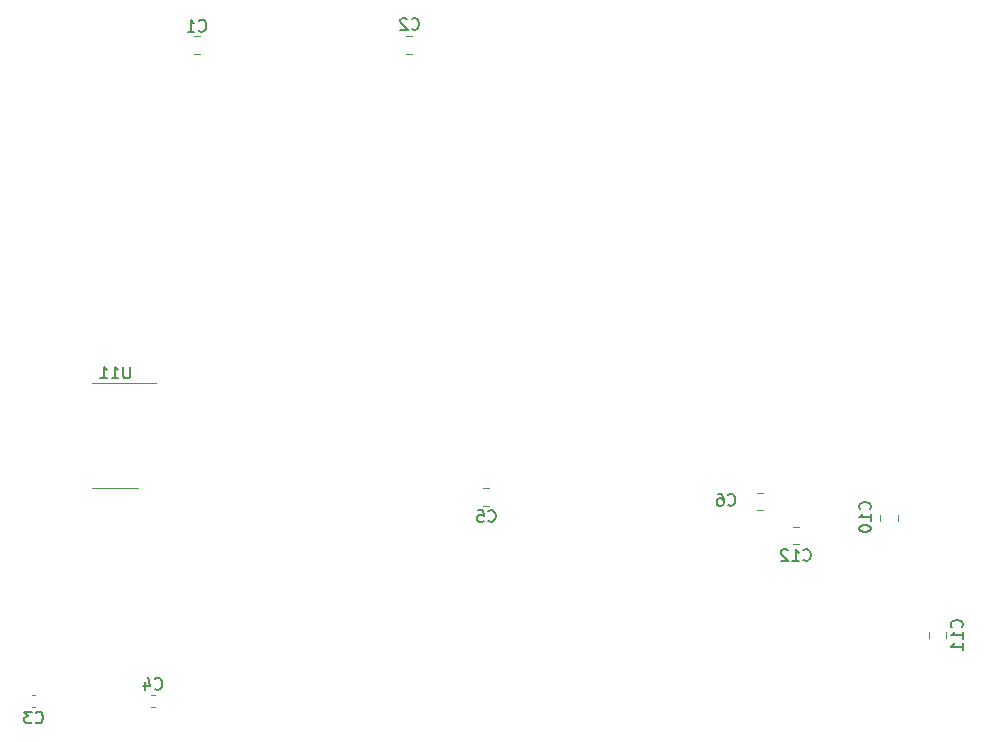
<source format=gbr>
%TF.GenerationSoftware,KiCad,Pcbnew,7.0.7*%
%TF.CreationDate,2023-10-02T10:19:24+01:00*%
%TF.ProjectId,8052-MCU,38303532-2d4d-4435-952e-6b696361645f,0.1*%
%TF.SameCoordinates,Original*%
%TF.FileFunction,Legend,Bot*%
%TF.FilePolarity,Positive*%
%FSLAX46Y46*%
G04 Gerber Fmt 4.6, Leading zero omitted, Abs format (unit mm)*
G04 Created by KiCad (PCBNEW 7.0.7) date 2023-10-02 10:19:24*
%MOMM*%
%LPD*%
G01*
G04 APERTURE LIST*
%ADD10C,0.150000*%
%ADD11C,0.120000*%
G04 APERTURE END LIST*
D10*
X132359580Y-91557142D02*
X132407200Y-91509523D01*
X132407200Y-91509523D02*
X132454819Y-91366666D01*
X132454819Y-91366666D02*
X132454819Y-91271428D01*
X132454819Y-91271428D02*
X132407200Y-91128571D01*
X132407200Y-91128571D02*
X132311961Y-91033333D01*
X132311961Y-91033333D02*
X132216723Y-90985714D01*
X132216723Y-90985714D02*
X132026247Y-90938095D01*
X132026247Y-90938095D02*
X131883390Y-90938095D01*
X131883390Y-90938095D02*
X131692914Y-90985714D01*
X131692914Y-90985714D02*
X131597676Y-91033333D01*
X131597676Y-91033333D02*
X131502438Y-91128571D01*
X131502438Y-91128571D02*
X131454819Y-91271428D01*
X131454819Y-91271428D02*
X131454819Y-91366666D01*
X131454819Y-91366666D02*
X131502438Y-91509523D01*
X131502438Y-91509523D02*
X131550057Y-91557142D01*
X132454819Y-92509523D02*
X132454819Y-91938095D01*
X132454819Y-92223809D02*
X131454819Y-92223809D01*
X131454819Y-92223809D02*
X131597676Y-92128571D01*
X131597676Y-92128571D02*
X131692914Y-92033333D01*
X131692914Y-92033333D02*
X131740533Y-91938095D01*
X131454819Y-93128571D02*
X131454819Y-93223809D01*
X131454819Y-93223809D02*
X131502438Y-93319047D01*
X131502438Y-93319047D02*
X131550057Y-93366666D01*
X131550057Y-93366666D02*
X131645295Y-93414285D01*
X131645295Y-93414285D02*
X131835771Y-93461904D01*
X131835771Y-93461904D02*
X132073866Y-93461904D01*
X132073866Y-93461904D02*
X132264342Y-93414285D01*
X132264342Y-93414285D02*
X132359580Y-93366666D01*
X132359580Y-93366666D02*
X132407200Y-93319047D01*
X132407200Y-93319047D02*
X132454819Y-93223809D01*
X132454819Y-93223809D02*
X132454819Y-93128571D01*
X132454819Y-93128571D02*
X132407200Y-93033333D01*
X132407200Y-93033333D02*
X132359580Y-92985714D01*
X132359580Y-92985714D02*
X132264342Y-92938095D01*
X132264342Y-92938095D02*
X132073866Y-92890476D01*
X132073866Y-92890476D02*
X131835771Y-92890476D01*
X131835771Y-92890476D02*
X131645295Y-92938095D01*
X131645295Y-92938095D02*
X131550057Y-92985714D01*
X131550057Y-92985714D02*
X131502438Y-93033333D01*
X131502438Y-93033333D02*
X131454819Y-93128571D01*
X69738094Y-79474819D02*
X69738094Y-80284342D01*
X69738094Y-80284342D02*
X69690475Y-80379580D01*
X69690475Y-80379580D02*
X69642856Y-80427200D01*
X69642856Y-80427200D02*
X69547618Y-80474819D01*
X69547618Y-80474819D02*
X69357142Y-80474819D01*
X69357142Y-80474819D02*
X69261904Y-80427200D01*
X69261904Y-80427200D02*
X69214285Y-80379580D01*
X69214285Y-80379580D02*
X69166666Y-80284342D01*
X69166666Y-80284342D02*
X69166666Y-79474819D01*
X68166666Y-80474819D02*
X68738094Y-80474819D01*
X68452380Y-80474819D02*
X68452380Y-79474819D01*
X68452380Y-79474819D02*
X68547618Y-79617676D01*
X68547618Y-79617676D02*
X68642856Y-79712914D01*
X68642856Y-79712914D02*
X68738094Y-79760533D01*
X67214285Y-80474819D02*
X67785713Y-80474819D01*
X67499999Y-80474819D02*
X67499999Y-79474819D01*
X67499999Y-79474819D02*
X67595237Y-79617676D01*
X67595237Y-79617676D02*
X67690475Y-79712914D01*
X67690475Y-79712914D02*
X67785713Y-79760533D01*
X140139580Y-101557142D02*
X140187200Y-101509523D01*
X140187200Y-101509523D02*
X140234819Y-101366666D01*
X140234819Y-101366666D02*
X140234819Y-101271428D01*
X140234819Y-101271428D02*
X140187200Y-101128571D01*
X140187200Y-101128571D02*
X140091961Y-101033333D01*
X140091961Y-101033333D02*
X139996723Y-100985714D01*
X139996723Y-100985714D02*
X139806247Y-100938095D01*
X139806247Y-100938095D02*
X139663390Y-100938095D01*
X139663390Y-100938095D02*
X139472914Y-100985714D01*
X139472914Y-100985714D02*
X139377676Y-101033333D01*
X139377676Y-101033333D02*
X139282438Y-101128571D01*
X139282438Y-101128571D02*
X139234819Y-101271428D01*
X139234819Y-101271428D02*
X139234819Y-101366666D01*
X139234819Y-101366666D02*
X139282438Y-101509523D01*
X139282438Y-101509523D02*
X139330057Y-101557142D01*
X140234819Y-102509523D02*
X140234819Y-101938095D01*
X140234819Y-102223809D02*
X139234819Y-102223809D01*
X139234819Y-102223809D02*
X139377676Y-102128571D01*
X139377676Y-102128571D02*
X139472914Y-102033333D01*
X139472914Y-102033333D02*
X139520533Y-101938095D01*
X140234819Y-103461904D02*
X140234819Y-102890476D01*
X140234819Y-103176190D02*
X139234819Y-103176190D01*
X139234819Y-103176190D02*
X139377676Y-103080952D01*
X139377676Y-103080952D02*
X139472914Y-102985714D01*
X139472914Y-102985714D02*
X139520533Y-102890476D01*
X61741666Y-109589580D02*
X61789285Y-109637200D01*
X61789285Y-109637200D02*
X61932142Y-109684819D01*
X61932142Y-109684819D02*
X62027380Y-109684819D01*
X62027380Y-109684819D02*
X62170237Y-109637200D01*
X62170237Y-109637200D02*
X62265475Y-109541961D01*
X62265475Y-109541961D02*
X62313094Y-109446723D01*
X62313094Y-109446723D02*
X62360713Y-109256247D01*
X62360713Y-109256247D02*
X62360713Y-109113390D01*
X62360713Y-109113390D02*
X62313094Y-108922914D01*
X62313094Y-108922914D02*
X62265475Y-108827676D01*
X62265475Y-108827676D02*
X62170237Y-108732438D01*
X62170237Y-108732438D02*
X62027380Y-108684819D01*
X62027380Y-108684819D02*
X61932142Y-108684819D01*
X61932142Y-108684819D02*
X61789285Y-108732438D01*
X61789285Y-108732438D02*
X61741666Y-108780057D01*
X61408332Y-108684819D02*
X60789285Y-108684819D01*
X60789285Y-108684819D02*
X61122618Y-109065771D01*
X61122618Y-109065771D02*
X60979761Y-109065771D01*
X60979761Y-109065771D02*
X60884523Y-109113390D01*
X60884523Y-109113390D02*
X60836904Y-109161009D01*
X60836904Y-109161009D02*
X60789285Y-109256247D01*
X60789285Y-109256247D02*
X60789285Y-109494342D01*
X60789285Y-109494342D02*
X60836904Y-109589580D01*
X60836904Y-109589580D02*
X60884523Y-109637200D01*
X60884523Y-109637200D02*
X60979761Y-109684819D01*
X60979761Y-109684819D02*
X61265475Y-109684819D01*
X61265475Y-109684819D02*
X61360713Y-109637200D01*
X61360713Y-109637200D02*
X61408332Y-109589580D01*
X120366666Y-91159580D02*
X120414285Y-91207200D01*
X120414285Y-91207200D02*
X120557142Y-91254819D01*
X120557142Y-91254819D02*
X120652380Y-91254819D01*
X120652380Y-91254819D02*
X120795237Y-91207200D01*
X120795237Y-91207200D02*
X120890475Y-91111961D01*
X120890475Y-91111961D02*
X120938094Y-91016723D01*
X120938094Y-91016723D02*
X120985713Y-90826247D01*
X120985713Y-90826247D02*
X120985713Y-90683390D01*
X120985713Y-90683390D02*
X120938094Y-90492914D01*
X120938094Y-90492914D02*
X120890475Y-90397676D01*
X120890475Y-90397676D02*
X120795237Y-90302438D01*
X120795237Y-90302438D02*
X120652380Y-90254819D01*
X120652380Y-90254819D02*
X120557142Y-90254819D01*
X120557142Y-90254819D02*
X120414285Y-90302438D01*
X120414285Y-90302438D02*
X120366666Y-90350057D01*
X119509523Y-90254819D02*
X119699999Y-90254819D01*
X119699999Y-90254819D02*
X119795237Y-90302438D01*
X119795237Y-90302438D02*
X119842856Y-90350057D01*
X119842856Y-90350057D02*
X119938094Y-90492914D01*
X119938094Y-90492914D02*
X119985713Y-90683390D01*
X119985713Y-90683390D02*
X119985713Y-91064342D01*
X119985713Y-91064342D02*
X119938094Y-91159580D01*
X119938094Y-91159580D02*
X119890475Y-91207200D01*
X119890475Y-91207200D02*
X119795237Y-91254819D01*
X119795237Y-91254819D02*
X119604761Y-91254819D01*
X119604761Y-91254819D02*
X119509523Y-91207200D01*
X119509523Y-91207200D02*
X119461904Y-91159580D01*
X119461904Y-91159580D02*
X119414285Y-91064342D01*
X119414285Y-91064342D02*
X119414285Y-90826247D01*
X119414285Y-90826247D02*
X119461904Y-90731009D01*
X119461904Y-90731009D02*
X119509523Y-90683390D01*
X119509523Y-90683390D02*
X119604761Y-90635771D01*
X119604761Y-90635771D02*
X119795237Y-90635771D01*
X119795237Y-90635771D02*
X119890475Y-90683390D01*
X119890475Y-90683390D02*
X119938094Y-90731009D01*
X119938094Y-90731009D02*
X119985713Y-90826247D01*
X71841666Y-106729580D02*
X71889285Y-106777200D01*
X71889285Y-106777200D02*
X72032142Y-106824819D01*
X72032142Y-106824819D02*
X72127380Y-106824819D01*
X72127380Y-106824819D02*
X72270237Y-106777200D01*
X72270237Y-106777200D02*
X72365475Y-106681961D01*
X72365475Y-106681961D02*
X72413094Y-106586723D01*
X72413094Y-106586723D02*
X72460713Y-106396247D01*
X72460713Y-106396247D02*
X72460713Y-106253390D01*
X72460713Y-106253390D02*
X72413094Y-106062914D01*
X72413094Y-106062914D02*
X72365475Y-105967676D01*
X72365475Y-105967676D02*
X72270237Y-105872438D01*
X72270237Y-105872438D02*
X72127380Y-105824819D01*
X72127380Y-105824819D02*
X72032142Y-105824819D01*
X72032142Y-105824819D02*
X71889285Y-105872438D01*
X71889285Y-105872438D02*
X71841666Y-105920057D01*
X70984523Y-106158152D02*
X70984523Y-106824819D01*
X71222618Y-105777200D02*
X71460713Y-106491485D01*
X71460713Y-106491485D02*
X70841666Y-106491485D01*
X93566666Y-50859580D02*
X93614285Y-50907200D01*
X93614285Y-50907200D02*
X93757142Y-50954819D01*
X93757142Y-50954819D02*
X93852380Y-50954819D01*
X93852380Y-50954819D02*
X93995237Y-50907200D01*
X93995237Y-50907200D02*
X94090475Y-50811961D01*
X94090475Y-50811961D02*
X94138094Y-50716723D01*
X94138094Y-50716723D02*
X94185713Y-50526247D01*
X94185713Y-50526247D02*
X94185713Y-50383390D01*
X94185713Y-50383390D02*
X94138094Y-50192914D01*
X94138094Y-50192914D02*
X94090475Y-50097676D01*
X94090475Y-50097676D02*
X93995237Y-50002438D01*
X93995237Y-50002438D02*
X93852380Y-49954819D01*
X93852380Y-49954819D02*
X93757142Y-49954819D01*
X93757142Y-49954819D02*
X93614285Y-50002438D01*
X93614285Y-50002438D02*
X93566666Y-50050057D01*
X93185713Y-50050057D02*
X93138094Y-50002438D01*
X93138094Y-50002438D02*
X93042856Y-49954819D01*
X93042856Y-49954819D02*
X92804761Y-49954819D01*
X92804761Y-49954819D02*
X92709523Y-50002438D01*
X92709523Y-50002438D02*
X92661904Y-50050057D01*
X92661904Y-50050057D02*
X92614285Y-50145295D01*
X92614285Y-50145295D02*
X92614285Y-50240533D01*
X92614285Y-50240533D02*
X92661904Y-50383390D01*
X92661904Y-50383390D02*
X93233332Y-50954819D01*
X93233332Y-50954819D02*
X92614285Y-50954819D01*
X126742857Y-95839580D02*
X126790476Y-95887200D01*
X126790476Y-95887200D02*
X126933333Y-95934819D01*
X126933333Y-95934819D02*
X127028571Y-95934819D01*
X127028571Y-95934819D02*
X127171428Y-95887200D01*
X127171428Y-95887200D02*
X127266666Y-95791961D01*
X127266666Y-95791961D02*
X127314285Y-95696723D01*
X127314285Y-95696723D02*
X127361904Y-95506247D01*
X127361904Y-95506247D02*
X127361904Y-95363390D01*
X127361904Y-95363390D02*
X127314285Y-95172914D01*
X127314285Y-95172914D02*
X127266666Y-95077676D01*
X127266666Y-95077676D02*
X127171428Y-94982438D01*
X127171428Y-94982438D02*
X127028571Y-94934819D01*
X127028571Y-94934819D02*
X126933333Y-94934819D01*
X126933333Y-94934819D02*
X126790476Y-94982438D01*
X126790476Y-94982438D02*
X126742857Y-95030057D01*
X125790476Y-95934819D02*
X126361904Y-95934819D01*
X126076190Y-95934819D02*
X126076190Y-94934819D01*
X126076190Y-94934819D02*
X126171428Y-95077676D01*
X126171428Y-95077676D02*
X126266666Y-95172914D01*
X126266666Y-95172914D02*
X126361904Y-95220533D01*
X125409523Y-95030057D02*
X125361904Y-94982438D01*
X125361904Y-94982438D02*
X125266666Y-94934819D01*
X125266666Y-94934819D02*
X125028571Y-94934819D01*
X125028571Y-94934819D02*
X124933333Y-94982438D01*
X124933333Y-94982438D02*
X124885714Y-95030057D01*
X124885714Y-95030057D02*
X124838095Y-95125295D01*
X124838095Y-95125295D02*
X124838095Y-95220533D01*
X124838095Y-95220533D02*
X124885714Y-95363390D01*
X124885714Y-95363390D02*
X125457142Y-95934819D01*
X125457142Y-95934819D02*
X124838095Y-95934819D01*
X75566666Y-51009580D02*
X75614285Y-51057200D01*
X75614285Y-51057200D02*
X75757142Y-51104819D01*
X75757142Y-51104819D02*
X75852380Y-51104819D01*
X75852380Y-51104819D02*
X75995237Y-51057200D01*
X75995237Y-51057200D02*
X76090475Y-50961961D01*
X76090475Y-50961961D02*
X76138094Y-50866723D01*
X76138094Y-50866723D02*
X76185713Y-50676247D01*
X76185713Y-50676247D02*
X76185713Y-50533390D01*
X76185713Y-50533390D02*
X76138094Y-50342914D01*
X76138094Y-50342914D02*
X76090475Y-50247676D01*
X76090475Y-50247676D02*
X75995237Y-50152438D01*
X75995237Y-50152438D02*
X75852380Y-50104819D01*
X75852380Y-50104819D02*
X75757142Y-50104819D01*
X75757142Y-50104819D02*
X75614285Y-50152438D01*
X75614285Y-50152438D02*
X75566666Y-50200057D01*
X74614285Y-51104819D02*
X75185713Y-51104819D01*
X74899999Y-51104819D02*
X74899999Y-50104819D01*
X74899999Y-50104819D02*
X74995237Y-50247676D01*
X74995237Y-50247676D02*
X75090475Y-50342914D01*
X75090475Y-50342914D02*
X75185713Y-50390533D01*
X100066666Y-92539580D02*
X100114285Y-92587200D01*
X100114285Y-92587200D02*
X100257142Y-92634819D01*
X100257142Y-92634819D02*
X100352380Y-92634819D01*
X100352380Y-92634819D02*
X100495237Y-92587200D01*
X100495237Y-92587200D02*
X100590475Y-92491961D01*
X100590475Y-92491961D02*
X100638094Y-92396723D01*
X100638094Y-92396723D02*
X100685713Y-92206247D01*
X100685713Y-92206247D02*
X100685713Y-92063390D01*
X100685713Y-92063390D02*
X100638094Y-91872914D01*
X100638094Y-91872914D02*
X100590475Y-91777676D01*
X100590475Y-91777676D02*
X100495237Y-91682438D01*
X100495237Y-91682438D02*
X100352380Y-91634819D01*
X100352380Y-91634819D02*
X100257142Y-91634819D01*
X100257142Y-91634819D02*
X100114285Y-91682438D01*
X100114285Y-91682438D02*
X100066666Y-91730057D01*
X99161904Y-91634819D02*
X99638094Y-91634819D01*
X99638094Y-91634819D02*
X99685713Y-92111009D01*
X99685713Y-92111009D02*
X99638094Y-92063390D01*
X99638094Y-92063390D02*
X99542856Y-92015771D01*
X99542856Y-92015771D02*
X99304761Y-92015771D01*
X99304761Y-92015771D02*
X99209523Y-92063390D01*
X99209523Y-92063390D02*
X99161904Y-92111009D01*
X99161904Y-92111009D02*
X99114285Y-92206247D01*
X99114285Y-92206247D02*
X99114285Y-92444342D01*
X99114285Y-92444342D02*
X99161904Y-92539580D01*
X99161904Y-92539580D02*
X99209523Y-92587200D01*
X99209523Y-92587200D02*
X99304761Y-92634819D01*
X99304761Y-92634819D02*
X99542856Y-92634819D01*
X99542856Y-92634819D02*
X99638094Y-92587200D01*
X99638094Y-92587200D02*
X99685713Y-92539580D01*
D11*
%TO.C,C10*%
X134735000Y-92038748D02*
X134735000Y-92561252D01*
X133265000Y-92038748D02*
X133265000Y-92561252D01*
%TO.C,U11*%
X68500000Y-89735000D02*
X70450000Y-89735000D01*
X68500000Y-89735000D02*
X66550000Y-89735000D01*
X68500000Y-80865000D02*
X71950000Y-80865000D01*
X68500000Y-80865000D02*
X66550000Y-80865000D01*
%TO.C,C11*%
X137365000Y-102461252D02*
X137365000Y-101938748D01*
X138835000Y-102461252D02*
X138835000Y-101938748D01*
%TO.C,C3*%
X61434420Y-107290000D02*
X61715580Y-107290000D01*
X61434420Y-108310000D02*
X61715580Y-108310000D01*
%TO.C,C6*%
X123361252Y-91635000D02*
X122838748Y-91635000D01*
X123361252Y-90165000D02*
X122838748Y-90165000D01*
%TO.C,C4*%
X71815580Y-108310000D02*
X71534420Y-108310000D01*
X71815580Y-107290000D02*
X71534420Y-107290000D01*
%TO.C,C2*%
X93088748Y-51515000D02*
X93611252Y-51515000D01*
X93088748Y-52985000D02*
X93611252Y-52985000D01*
%TO.C,C12*%
X125838748Y-93065000D02*
X126361252Y-93065000D01*
X125838748Y-94535000D02*
X126361252Y-94535000D01*
%TO.C,C1*%
X75138748Y-51515000D02*
X75661252Y-51515000D01*
X75138748Y-52985000D02*
X75661252Y-52985000D01*
%TO.C,C5*%
X99638748Y-89765000D02*
X100161252Y-89765000D01*
X99638748Y-91235000D02*
X100161252Y-91235000D01*
%TD*%
M02*

</source>
